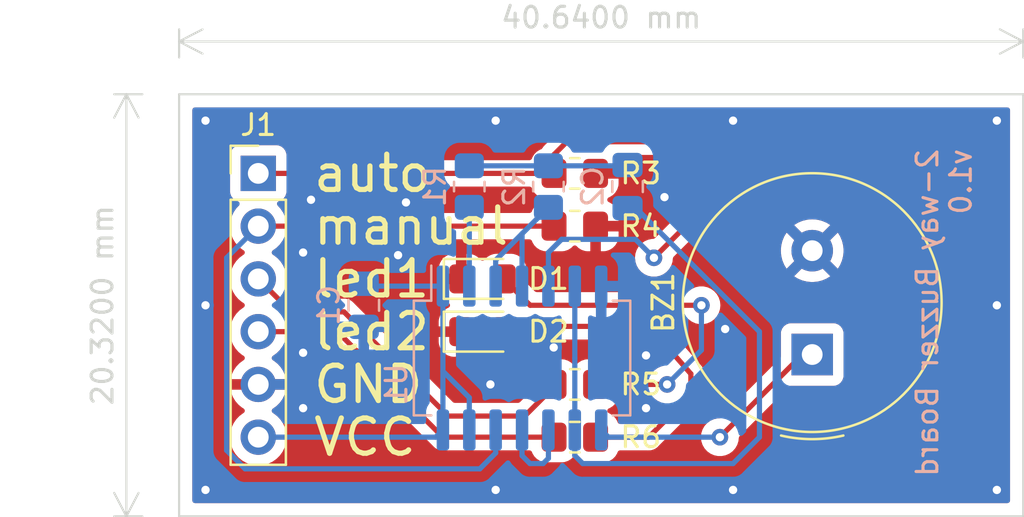
<source format=kicad_pcb>
(kicad_pcb (version 20211014) (generator pcbnew)
  (layers (0 "F.Cu" signal) (31 "B.Cu" signal) (34 "B.Paste" user) (35 "F.Paste" user) (36 "B.SilkS" user "B.Silkscreen") (37 "F.SilkS" user "F.Silkscreen") (38 "B.Mask" user) (39 "F.Mask" user) (44 "Edge.Cuts" user))
  (net 0 "")
  (net 1 "Net-(BZ1-Pad1)")
  (net 2 "GND")
  (net 3 "VCC")
  (net 4 "Net-(C2-Pad1)")
  (net 5 "Net-(C2-Pad2)")
  (net 6 "Net-(D1-Pad2)")
  (net 7 "Net-(D2-Pad2)")
  (net 8 "/auto")
  (net 9 "/manual")
  (net 10 "/led1")
  (net 11 "/led2")
  (net 12 "Net-(R1-Pad2)")
  (net 13 "Net-(R2-Pad2)")
  (net 14 "Net-(U1-Pad10)")
  (footprint "Connector_PinHeader_2.54mm:PinHeader_1x06_P2.54mm_Vertical" (layer "F.Cu") (at 85.09 72.39)
    (fp_text reference "J1" (at 0 -2.33) (layer "F.SilkS"))
    (fp_text value "Conn_01x06")
    (fp_line (start -1.33 0) (end -1.33 -1.33) (layer "F.SilkS") (width 0.12))
    (fp_line (start 1.33 1.27) (end 1.33 14.03) (layer "F.SilkS") (width 0.12))
    (fp_line (start -1.33 14.03) (end 1.33 14.03) (layer "F.SilkS") (width 0.12))
    (fp_line (start -1.33 1.27) (end -1.33 14.03) (layer "F.SilkS") (width 0.12))
    (fp_line (start -1.33 -1.33) (end 0 -1.33) (layer "F.SilkS") (width 0.12))
    (fp_line (start -1.33 1.27) (end 1.33 1.27) (layer "F.SilkS") (width 0.12))
    (pad "1" thru_hole rect (at 0 0) (size 1.7 1.7) (drill 1) (layers *.Cu *.Mask) (net 8 "/auto"))
    (pad "2" thru_hole oval (at 0 2.54) (size 1.7 1.7) (drill 1) (layers *.Cu *.Mask) (net 9 "/manual"))
    (pad "3" thru_hole oval (at 0 5.08) (size 1.7 1.7) (drill 1) (layers *.Cu *.Mask) (net 10 "/led1"))
    (pad "4" thru_hole oval (at 0 7.62) (size 1.7 1.7) (drill 1) (layers *.Cu *.Mask) (net 11 "/led2"))
    (pad "5" thru_hole oval (at 0 10.16) (size 1.7 1.7) (drill 1) (layers *.Cu *.Mask) (net 2 "GND"))
    (pad "6" thru_hole oval (at 0 12.7) (size 1.7 1.7) (drill 1) (layers *.Cu *.Mask) (net 3 "VCC"))
  )
  (footprint "LED_SMD:LED_0805_2012Metric_Pad1.15x1.40mm_HandSolder" (layer "F.Cu") (at 95.885 77.47)
    (fp_text reference "D1" (at 3.175 0) (layer "F.SilkS"))
    (fp_text value "OSR50805C1C")
    (fp_line (start 1 -0.96) (end -1.86 -0.96) (layer "F.SilkS") (width 0.12))
    (fp_line (start -1.86 -0.96) (end -1.86 0.96) (layer "F.SilkS") (width 0.12))
    (fp_line (start -1.86 0.96) (end 1 0.96) (layer "F.SilkS") (width 0.12))
    (pad "1" smd roundrect (at -1.025 0) (size 1.15 1.4) (layers "F.Cu" "F.Paste" "F.Mask") (roundrect_rratio 0.217391) (net 2 "GND"))
    (pad "2" smd roundrect (at 1.025 0) (size 1.15 1.4) (layers "F.Cu" "F.Paste" "F.Mask") (roundrect_rratio 0.217391) (net 6 "Net-(D1-Pad2)"))
  )
  (footprint "Resistor_SMD:R_0805_2012Metric_Pad1.20x1.40mm_HandSolder" (layer "F.Cu") (at 100.33 82.55)
    (fp_text reference "R5" (at 3.175 0) (layer "F.SilkS"))
    (fp_text value "5k")
    (fp_line (start -0.227064 0.735) (end 0.227064 0.735) (layer "F.SilkS") (width 0.12))
    (fp_line (start -0.227064 -0.735) (end 0.227064 -0.735) (layer "F.SilkS") (width 0.12))
    (pad "1" smd roundrect (at -1 0) (size 1.2 1.4) (layers "F.Cu" "F.Paste" "F.Mask") (roundrect_rratio 0.208333) (net 10 "/led1"))
    (pad "2" smd roundrect (at 1 0) (size 1.2 1.4) (layers "F.Cu" "F.Paste" "F.Mask") (roundrect_rratio 0.208333) (net 6 "Net-(D1-Pad2)"))
  )
  (footprint "Resistor_SMD:R_0805_2012Metric_Pad1.20x1.40mm_HandSolder" (layer "F.Cu") (at 100.33 74.93)
    (fp_text reference "R4" (at 3.175 0) (layer "F.SilkS"))
    (fp_text value "10k")
    (fp_line (start -0.227064 -0.735) (end 0.227064 -0.735) (layer "F.SilkS") (width 0.12))
    (fp_line (start -0.227064 0.735) (end 0.227064 0.735) (layer "F.SilkS") (width 0.12))
    (pad "1" smd roundrect (at -1 0) (size 1.2 1.4) (layers "F.Cu" "F.Paste" "F.Mask") (roundrect_rratio 0.208333) (net 9 "/manual"))
    (pad "2" smd roundrect (at 1 0) (size 1.2 1.4) (layers "F.Cu" "F.Paste" "F.Mask") (roundrect_rratio 0.208333) (net 2 "GND"))
  )
  (footprint "Resistor_SMD:R_0805_2012Metric_Pad1.20x1.40mm_HandSolder" (layer "F.Cu") (at 100.33 72.39)
    (fp_text reference "R3" (at 3.175 0) (layer "F.SilkS"))
    (fp_text value "10k")
    (fp_line (start -0.227064 -0.735) (end 0.227064 -0.735) (layer "F.SilkS") (width 0.12))
    (fp_line (start -0.227064 0.735) (end 0.227064 0.735) (layer "F.SilkS") (width 0.12))
    (pad "1" smd roundrect (at -1 0) (size 1.2 1.4) (layers "F.Cu" "F.Paste" "F.Mask") (roundrect_rratio 0.208333) (net 8 "/auto"))
    (pad "2" smd roundrect (at 1 0) (size 1.2 1.4) (layers "F.Cu" "F.Paste" "F.Mask") (roundrect_rratio 0.208333) (net 2 "GND"))
  )
  (footprint "LED_SMD:LED_0805_2012Metric_Pad1.15x1.40mm_HandSolder" (layer "F.Cu") (at 95.885 80.01)
    (fp_text reference "D2" (at 3.175 0) (layer "F.SilkS"))
    (fp_text value "OSR50805C1C")
    (fp_line (start -1.86 0.96) (end 1 0.96) (layer "F.SilkS") (width 0.12))
    (fp_line (start 1 -0.96) (end -1.86 -0.96) (layer "F.SilkS") (width 0.12))
    (fp_line (start -1.86 -0.96) (end -1.86 0.96) (layer "F.SilkS") (width 0.12))
    (pad "1" smd roundrect (at -1.025 0) (size 1.15 1.4) (layers "F.Cu" "F.Paste" "F.Mask") (roundrect_rratio 0.217391) (net 2 "GND"))
    (pad "2" smd roundrect (at 1.025 0) (size 1.15 1.4) (layers "F.Cu" "F.Paste" "F.Mask") (roundrect_rratio 0.217391) (net 7 "Net-(D2-Pad2)"))
  )
  (footprint "Buzzer_Beeper:Buzzer_TDK_PS1240P02BT_D12.2mm_H6.5mm" (layer "F.Cu") (at 111.76 81.110785 90)
    (fp_text reference "BZ1" (at 2.5 -7.17 90) (layer "F.SilkS"))
    (fp_text value "Buzzer")
    (fp_arc (start -3.9 1.499999) (mid -4.073431 -0.000001) (end -3.9 -1.5) (layer "F.SilkS") (width 0.12))
    (fp_circle (center 2.5 0) (end 8.73 0) (layer "F.SilkS") (width 0.12) (fill none))
    (pad "1" thru_hole rect (at 0 0 90) (size 2 2) (drill 1) (layers *.Cu *.Mask) (net 1 "Net-(BZ1-Pad1)"))
    (pad "2" thru_hole circle (at 5 0 90) (size 2 2) (drill 1) (layers *.Cu *.Mask) (net 2 "GND"))
  )
  (footprint "Resistor_SMD:R_0805_2012Metric_Pad1.20x1.40mm_HandSolder" (layer "F.Cu") (at 100.33 85.09)
    (fp_text reference "R6" (at 3.175 0) (layer "F.SilkS"))
    (fp_text value "5k")
    (fp_line (start -0.227064 0.735) (end 0.227064 0.735) (layer "F.SilkS") (width 0.12))
    (fp_line (start -0.227064 -0.735) (end 0.227064 -0.735) (layer "F.SilkS") (width 0.12))
    (pad "1" smd roundrect (at -1 0) (size 1.2 1.4) (layers "F.Cu" "F.Paste" "F.Mask") (roundrect_rratio 0.208333) (net 11 "/led2"))
    (pad "2" smd roundrect (at 1 0) (size 1.2 1.4) (layers "F.Cu" "F.Paste" "F.Mask") (roundrect_rratio 0.208333) (net 7 "Net-(D2-Pad2)"))
  )
  (footprint "Capacitor_SMD:C_0805_2012Metric_Pad1.18x1.45mm_HandSolder" (layer "B.Cu") (at 102.87 73.025 -90)
    (fp_text reference "C2" (at 0 1.68 90) (layer "B.SilkS") (effects (justify mirror)))
    (fp_text value "0.1u")
    (fp_line (start -0.261252 -0.735) (end 0.261252 -0.735) (layer "B.SilkS") (width 0.12))
    (fp_line (start -0.261252 0.735) (end 0.261252 0.735) (layer "B.SilkS") (width 0.12))
    (pad "1" smd roundrect (at -1.0375 0 270) (size 1.175 1.45) (layers "B.Cu" "B.Paste" "B.Mask") (roundrect_rratio 0.212766) (net 4 "Net-(C2-Pad1)"))
    (pad "2" smd roundrect (at 1.0375 0 270) (size 1.175 1.45) (layers "B.Cu" "B.Paste" "B.Mask") (roundrect_rratio 0.212766) (net 5 "Net-(C2-Pad2)"))
  )
  (footprint "Capacitor_SMD:C_0805_2012Metric_Pad1.18x1.45mm_HandSolder" (layer "B.Cu") (at 90.17 78.74 -90)
    (fp_text reference "C1" (at 0 1.68 90) (layer "B.SilkS") (effects (justify mirror)))
    (fp_text value "0.1u")
    (fp_line (start -0.261252 0.735) (end 0.261252 0.735) (layer "B.SilkS") (width 0.12))
    (fp_line (start -0.261252 -0.735) (end 0.261252 -0.735) (layer "B.SilkS") (width 0.12))
    (pad "1" smd roundrect (at -1.0375 0 270) (size 1.175 1.45) (layers "B.Cu" "B.Paste" "B.Mask") (roundrect_rratio 0.212766) (net 3 "VCC"))
    (pad "2" smd roundrect (at 1.0375 0 270) (size 1.175 1.45) (layers "B.Cu" "B.Paste" "B.Mask") (roundrect_rratio 0.212766) (net 2 "GND"))
  )
  (footprint "Package_SO:SO-14_5.3x10.2mm_P1.27mm" (layer "B.Cu") (at 97.79 81.28 -90)
    (fp_text reference "U1" (at 1.27 6.05 90) (layer "B.SilkS") (effects (justify mirror)))
    (fp_text value "74HC00")
    (fp_line (start -2.76 5.21) (end -2.76 4.37) (layer "B.SilkS") (width 0.12))
    (fp_line (start 0 -5.21) (end -2.76 -5.21) (layer "B.SilkS") (width 0.12))
    (fp_line (start -2.76 -5.21) (end -2.76 -4.37) (layer "B.SilkS") (width 0.12))
    (fp_line (start 0 5.21) (end -2.76 5.21) (layer "B.SilkS") (width 0.12))
    (fp_line (start 2.76 5.21) (end 2.76 4.37) (layer "B.SilkS") (width 0.12))
    (fp_line (start 0 5.21) (end 2.76 5.21) (layer "B.SilkS") (width 0.12))
    (fp_line (start 0 -5.21) (end 2.76 -5.21) (layer "B.SilkS") (width 0.12))
    (fp_line (start -2.76 4.37) (end -4.45 4.37) (layer "B.SilkS") (width 0.12))
    (fp_line (start 2.76 -5.21) (end 2.76 -4.37) (layer "B.SilkS") (width 0.12))
    (pad "1" smd roundrect (at -3.4625 3.81 270) (size 1.975 0.6) (layers "B.Cu" "B.Paste" "B.Mask") (net 3 "VCC"))
    (pad "2" smd roundrect (at -3.4625 2.54 270) (size 1.975 0.6) (layers "B.Cu" "B.Paste" "B.Mask") (net 12 "Net-(R1-Pad2)"))
    (pad "3" smd roundrect (at -3.4625 1.27 270) (size 1.975 0.6) (layers "B.Cu" "B.Paste" "B.Mask") (net 13 "Net-(R2-Pad2)"))
    (pad "4" smd roundrect (at -3.4625 0 270) (size 1.975 0.6) (layers "B.Cu" "B.Paste" "B.Mask") (net 13 "Net-(R2-Pad2)"))
    (pad "5" smd roundrect (at -3.4625 -1.27 270) (size 1.975 0.6) (layers "B.Cu" "B.Paste" "B.Mask") (net 8 "/auto"))
    (pad "6" smd roundrect (at -3.4625 -2.54 270) (size 1.975 0.6) (layers "B.Cu" "B.Paste" "B.Mask") (net 5 "Net-(C2-Pad2)"))
    (pad "7" smd roundrect (at -3.4625 -3.81 270) (size 1.975 0.6) (layers "B.Cu" "B.Paste" "B.Mask") (net 2 "GND"))
    (pad "8" smd roundrect (at 3.4625 -3.81 270) (size 1.975 0.6) (layers "B.Cu" "B.Paste" "B.Mask") (net 1 "Net-(BZ1-Pad1)"))
    (pad "9" smd roundrect (at 3.4625 -2.54 270) (size 1.975 0.6) (layers "B.Cu" "B.Paste" "B.Mask") (net 5 "Net-(C2-Pad2)"))
    (pad "10" smd roundrect (at 3.4625 -1.27 270) (size 1.975 0.6) (layers "B.Cu" "B.Paste" "B.Mask") (net 14 "Net-(U1-Pad10)"))
    (pad "11" smd roundrect (at 3.4625 0 270) (size 1.975 0.6) (layers "B.Cu" "B.Paste" "B.Mask") (net 14 "Net-(U1-Pad10)"))
    (pad "12" smd roundrect (at 3.4625 1.27 270) (size 1.975 0.6) (layers "B.Cu" "B.Paste" "B.Mask") (net 9 "/manual"))
    (pad "13" smd roundrect (at 3.4625 2.54 270) (size 1.975 0.6) (layers "B.Cu" "B.Paste" "B.Mask") (net 3 "VCC"))
    (pad "14" smd roundrect (at 3.4625 3.81 270) (size 1.975 0.6) (layers "B.Cu" "B.Paste" "B.Mask") (net 3 "VCC"))
  )
  (footprint "Resistor_SMD:R_0805_2012Metric_Pad1.20x1.40mm_HandSolder" (layer "B.Cu") (at 99.06 73.025 -90)
    (fp_text reference "R2" (at 0 1.65 90) (layer "B.SilkS") (effects (justify mirror)))
    (fp_text value "10k")
    (fp_line (start -0.227064 0.735) (end 0.227064 0.735) (layer "B.SilkS") (width 0.12))
    (fp_line (start -0.227064 -0.735) (end 0.227064 -0.735) (layer "B.SilkS") (width 0.12))
    (pad "1" smd roundrect (at -1 0 270) (size 1.2 1.4) (layers "B.Cu" "B.Paste" "B.Mask") (roundrect_rratio 0.208333) (net 4 "Net-(C2-Pad1)"))
    (pad "2" smd roundrect (at 1 0 270) (size 1.2 1.4) (layers "B.Cu" "B.Paste" "B.Mask") (roundrect_rratio 0.208333) (net 13 "Net-(R2-Pad2)"))
  )
  (footprint "Resistor_SMD:R_0805_2012Metric_Pad1.20x1.40mm_HandSolder" (layer "B.Cu") (at 95.25 73.025 -90)
    (fp_text reference "R1" (at 0 1.65 90) (layer "B.SilkS") (effects (justify mirror)))
    (fp_text value "10k")
    (fp_line (start -0.227064 -0.735) (end 0.227064 -0.735) (layer "B.SilkS") (width 0.12))
    (fp_line (start -0.227064 0.735) (end 0.227064 0.735) (layer "B.SilkS") (width 0.12))
    (pad "1" smd roundrect (at -1 0 270) (size 1.2 1.4) (layers "B.Cu" "B.Paste" "B.Mask") (roundrect_rratio 0.208333) (net 4 "Net-(C2-Pad1)"))
    (pad "2" smd roundrect (at 1 0 270) (size 1.2 1.4) (layers "B.Cu" "B.Paste" "B.Mask") (roundrect_rratio 0.208333) (net 12 "Net-(R1-Pad2)"))
  )
  (gr_line (start 81.28 68.58) (end 121.92 68.58) (layer "Edge.Cuts") (width 0.1))
  (gr_line (start 121.92 88.9) (end 81.28 88.9) (layer "Edge.Cuts") (width 0.1))
  (gr_line (start 121.92 68.58) (end 121.92 88.9) (layer "Edge.Cuts") (width 0.1))
  (gr_line (start 81.28 68.58) (end 81.28 88.9) (layer "Edge.Cuts") (width 0.1))
  (gr_text "2-way Buzzer Board\nv1.0" (at 118.11 71.12 90) (layer "B.SilkS") (effects (font (size 1 1)) (justify left mirror)))
  (gr_text "led1" (at 87.63 77.47) (layer "F.SilkS") (effects (font (size 1.7 1.7) (thickness 0.25)) (justify left)))
  (gr_text "manual" (at 87.63 74.93) (layer "F.SilkS") (effects (font (size 1.7 1.7) (thickness 0.25)) (justify left)))
  (gr_text "VCC" (at 87.63 85.09) (layer "F.SilkS") (effects (font (size 1.7 1.7) (thickness 0.25)) (justify left)))
  (gr_text "auto" (at 87.63 72.39) (layer "F.SilkS") (effects (font (size 1.7 1.7) (thickness 0.25)) (justify left)))
  (gr_text "GND" (at 87.63 82.55) (layer "F.SilkS") (effects (font (size 1.7 1.7) (thickness 0.25)) (justify left)))
  (gr_text "led2" (at 87.63 80.01) (layer "F.SilkS") (effects (font (size 1.7 1.7) (thickness 0.25)) (justify left)))
  (dimension (type aligned) (layer "Edge.Cuts") (pts (xy 81.28 67.31) (xy 121.92 67.31)) (height -1.27) (gr_text "40.6400 mm" (at 101.6 64.89) (layer "Edge.Cuts") (effects (font (size 1 1) (thickness 0.15)))) (format (units 3) (units_format 1) (precision 4)) (style (thickness 0.1) (arrow_length 1.27) (text_position_mode 0) (extension_height 0.58642) (extension_offset 0.5) keep_text_aligned))
  (dimension (type aligned) (layer "Edge.Cuts") (pts (xy 80.01 68.58) (xy 80.01 88.9)) (height 1.27) (gr_text "20.3200 mm" (at 77.59 78.74 90) (layer "Edge.Cuts") (effects (font (size 1 1) (thickness 0.15)))) (format (units 3) (units_format 1) (precision 4)) (style (thickness 0.1) (arrow_length 1.27) (text_position_mode 0) (extension_height 0.58642) (extension_offset 0.5) keep_text_aligned))
  (segment (start 111.294215 81.110785) (end 111.76 81.110785) (width 0.25) (layer "F.Cu") (net 1))
  (segment (start 107.315 85.09) (end 111.294215 81.110785) (width 0.25) (layer "F.Cu") (net 1))
  (via (at 107.315 85.09) (size 0.8) (drill 0.4) (layers "F.Cu" "B.Cu") (net 1))
  (segment (start 101.9475 85.09) (end 101.6 84.7425) (width 0.25) (layer "B.Cu") (net 1))
  (segment (start 107.315 85.09) (end 101.9475 85.09) (width 0.25) (layer "B.Cu") (net 1))
  (via (at 99.314 80.772) (size 0.8) (drill 0.4) (layers "F.Cu" "B.Cu") (net 2))
  (via (at 82.55 78.74) (size 0.8) (drill 0.4) (layers "F.Cu" "B.Cu") (net 2))
  (via (at 104.648 73.533) (size 0.8) (drill 0.4) (layers "F.Cu" "B.Cu") (net 2))
  (via (at 82.55 87.63) (size 0.8) (drill 0.4) (layers "F.Cu" "B.Cu") (net 2))
  (via (at 120.65 69.85) (size 0.8) (drill 0.4) (layers "F.Cu" "B.Cu") (net 2))
  (via (at 107.95 69.85) (size 0.8) (drill 0.4) (layers "F.Cu" "B.Cu") (net 2))
  (via (at 87.249 76.2) (size 0.8) (drill 0.4) (layers "F.Cu" "B.Cu") (net 2))
  (via (at 92.202 73.787) (size 0.8) (drill 0.4) (layers "F.Cu" "B.Cu") (net 2))
  (via (at 107.95 87.63) (size 0.8) (drill 0.4) (layers "F.Cu" "B.Cu") (net 2))
  (via (at 87.63 73.66) (size 0.8) (drill 0.4) (layers "F.Cu" "B.Cu") (net 2))
  (via (at 96.266 82.55) (size 0.8) (drill 0.4) (layers "F.Cu" "B.Cu") (net 2))
  (via (at 91.821 76.327) (size 0.8) (drill 0.4) (layers "F.Cu" "B.Cu") (net 2))
  (via (at 96.52 69.85) (size 0.8) (drill 0.4) (layers "F.Cu" "B.Cu") (net 2))
  (via (at 120.65 87.63) (size 0.8) (drill 0.4) (layers "F.Cu" "B.Cu") (net 2))
  (via (at 82.55 69.85) (size 0.8) (drill 0.4) (layers "F.Cu" "B.Cu") (net 2))
  (via (at 87.249 83.693) (size 0.8) (drill 0.4) (layers "F.Cu" "B.Cu") (net 2))
  (via (at 107.569 79.883) (size 0.8) (drill 0.4) (layers "F.Cu" "B.Cu") (net 2))
  (via (at 87.249 81.026) (size 0.8) (drill 0.4) (layers "F.Cu" "B.Cu") (net 2))
  (via (at 96.52 87.63) (size 0.8) (drill 0.4) (layers "F.Cu" "B.Cu") (net 2))
  (via (at 103.759 83.693) (size 0.8) (drill 0.4) (layers "F.Cu" "B.Cu") (net 2))
  (via (at 120.65 78.74) (size 0.8) (drill 0.4) (layers "F.Cu" "B.Cu") (net 2))
  (via (at 103.759 81.153) (size 0.8) (drill 0.4) (layers "F.Cu" "B.Cu") (net 2))
  (segment (start 95.25 84.7425) (end 95.25 83.185) (width 0.25) (layer "B.Cu") (net 3))
  (segment (start 90.285 77.8175) (end 93.98 77.8175) (width 0.25) (layer "B.Cu") (net 3))
  (segment (start 95.25 83.185) (end 93.98 81.915) (width 0.25) (layer "B.Cu") (net 3))
  (segment (start 93.6325 85.09) (end 85.09 85.09) (width 0.25) (layer "B.Cu") (net 3))
  (segment (start 90.17 77.7025) (end 90.285 77.8175) (width 0.25) (layer "B.Cu") (net 3))
  (segment (start 93.98 77.8175) (end 93.98 84.7425) (width 0.25) (layer "B.Cu") (net 3))
  (segment (start 93.98 84.7425) (end 93.6325 85.09) (width 0.25) (layer "B.Cu") (net 3))
  (segment (start 95.25 72.025) (end 99.06 72.025) (width 0.25) (layer "B.Cu") (net 4))
  (segment (start 102.8325 72.025) (end 102.87 71.9875) (width 0.25) (layer "B.Cu") (net 4))
  (segment (start 99.06 72.025) (end 102.8325 72.025) (width 0.25) (layer "B.Cu") (net 4))
  (segment (start 109.22 85.09) (end 107.95 86.36) (width 0.25) (layer "B.Cu") (net 5))
  (segment (start 100.33 77.8175) (end 100.33 81.28) (width 0.25) (layer "B.Cu") (net 5))
  (segment (start 100.33 81.28) (end 100.33 84.7425) (width 0.25) (layer "B.Cu") (net 5))
  (segment (start 107.95 86.36) (end 100.711 86.36) (width 0.25) (layer "B.Cu") (net 5))
  (segment (start 100.711 86.36) (end 100.33 85.979) (width 0.25) (layer "B.Cu") (net 5))
  (segment (start 109.22 80.01) (end 109.22 85.09) (width 0.25) (layer "B.Cu") (net 5))
  (segment (start 103.2725 74.0625) (end 109.22 80.01) (width 0.25) (layer "B.Cu") (net 5))
  (segment (start 100.33 85.979) (end 100.33 84.7425) (width 0.25) (layer "B.Cu") (net 5))
  (segment (start 101.33 82.55) (end 104.775 82.55) (width 0.25) (layer "F.Cu") (net 6))
  (segment (start 98.18 78.74) (end 96.91 77.47) (width 0.25) (layer "F.Cu") (net 6))
  (segment (start 106.426 78.74) (end 98.18 78.74) (width 0.25) (layer "F.Cu") (net 6))
  (via (at 104.775 82.55) (size 0.8) (drill 0.4) (layers "F.Cu" "B.Cu") (net 6))
  (via (at 106.426 78.74) (size 0.8) (drill 0.4) (layers "F.Cu" "B.Cu") (net 6))
  (segment (start 106.426 78.74) (end 106.426 80.899) (width 0.25) (layer "B.Cu") (net 6))
  (segment (start 106.426 80.899) (end 104.775 82.55) (width 0.25) (layer "B.Cu") (net 6))
  (segment (start 103.886 79.756) (end 97.164 79.756) (width 0.25) (layer "F.Cu") (net 7))
  (segment (start 101.33 85.09) (end 103.886 85.09) (width 0.25) (layer "F.Cu") (net 7))
  (segment (start 97.164 79.756) (end 96.91 80.01) (width 0.25) (layer "F.Cu") (net 7))
  (segment (start 105.918 83.058) (end 105.918 82.042) (width 0.25) (layer "F.Cu") (net 7))
  (segment (start 103.886 85.09) (end 105.918 83.058) (width 0.25) (layer "F.Cu") (net 7))
  (segment (start 105.918 82.042) (end 104.14 80.01) (width 0.25) (layer "F.Cu") (net 7))
  (segment (start 104.14 80.01) (end 103.886 79.756) (width 0.25) (layer "F.Cu") (net 7))
  (segment (start 104.14 76.454) (end 105.664 74.93) (width 0.25) (layer "F.Cu") (net 8))
  (segment (start 105.664 74.93) (end 105.664 71.882) (width 0.25) (layer "F.Cu") (net 8))
  (segment (start 85.09 72.39) (end 99.33 72.39) (width 0.25) (layer "F.Cu") (net 8))
  (segment (start 104.648 70.866) (end 99.949 70.866) (width 0.25) (layer "F.Cu") (net 8))
  (segment (start 105.664 71.882) (end 104.648 70.866) (width 0.25) (layer "F.Cu") (net 8))
  (segment (start 99.33 71.485) (end 99.33 72.39) (width 0.25) (layer "F.Cu") (net 8))
  (segment (start 99.949 70.866) (end 99.33 71.485) (width 0.25) (layer "F.Cu") (net 8))
  (via (at 104.14 76.454) (size 0.8) (drill 0.4) (layers "F.Cu" "B.Cu") (net 8))
  (segment (start 103.251 75.565) (end 99.695 75.565) (width 0.25) (layer "B.Cu") (net 8))
  (segment (start 99.695 75.565) (end 99.06 76.2) (width 0.25) (layer "B.Cu") (net 8))
  (segment (start 99.06 76.2) (end 99.06 77.8175) (width 0.25) (layer "B.Cu") (net 8))
  (segment (start 104.14 76.454) (end 103.251 75.565) (width 0.25) (layer "B.Cu") (net 8))
  (segment (start 85.09 74.93) (end 99.33 74.93) (width 0.25) (layer "F.Cu") (net 9))
  (segment (start 83.566 76.454) (end 83.566 85.725) (width 0.25) (layer "B.Cu") (net 9))
  (segment (start 85.09 74.93) (end 83.566 76.454) (width 0.25) (layer "B.Cu") (net 9))
  (segment (start 95.758 86.614) (end 96.52 85.852) (width 0.25) (layer "B.Cu") (net 9))
  (segment (start 84.455 86.614) (end 95.758 86.614) (width 0.25) (layer "B.Cu") (net 9))
  (segment (start 96.52 85.852) (end 96.52 84.7425) (width 0.25) (layer "B.Cu") (net 9))
  (segment (start 83.566 85.725) (end 84.455 86.614) (width 0.25) (layer "B.Cu") (net 9))
  (segment (start 94.234 84.074) (end 97.917 84.074) (width 0.25) (layer "F.Cu") (net 10))
  (segment (start 97.917 84.074) (end 99.33 82.661) (width 0.25) (layer "F.Cu") (net 10))
  (segment (start 86.6775 79.0575) (end 89.2175 79.0575) (width 0.25) (layer "F.Cu") (net 10))
  (segment (start 99.33 82.661) (end 99.33 82.55) (width 0.25) (layer "F.Cu") (net 10))
  (segment (start 85.09 77.47) (end 86.6775 79.0575) (width 0.25) (layer "F.Cu") (net 10))
  (segment (start 89.2175 79.0575) (end 94.234 84.074) (width 0.25) (layer "F.Cu") (net 10))
  (segment (start 93.98 85.09) (end 99.33 85.09) (width 0.25) (layer "F.Cu") (net 11))
  (segment (start 85.09 80.01) (end 88.9 80.01) (width 0.25) (layer "F.Cu") (net 11))
  (segment (start 88.9 80.01) (end 93.98 85.09) (width 0.25) (layer "F.Cu") (net 11))
  (segment (start 95.25 74.025) (end 95.25 77.8175) (width 0.25) (layer "B.Cu") (net 12))
  (segment (start 96.52 77.8175) (end 96.52 76.565) (width 0.25) (layer "B.Cu") (net 13))
  (segment (start 96.52 76.565) (end 97.79 75.295) (width 0.25) (layer "B.Cu") (net 13))
  (segment (start 99.06 74.025) (end 97.79 75.295) (width 0.25) (layer "B.Cu") (net 13))
  (segment (start 97.79 75.295) (end 97.79 77.8175) (width 0.25) (layer "B.Cu") (net 13))
  (segment (start 97.79 85.979) (end 98.171 86.36) (width 0.25) (layer "B.Cu") (net 14))
  (segment (start 98.806 86.36) (end 98.171 86.36) (width 0.25) (layer "B.Cu") (net 14))
  (segment (start 99.06 86.106) (end 98.806 86.36) (width 0.25) (layer "B.Cu") (net 14))
  (segment (start 97.79 84.7425) (end 97.79 85.979) (width 0.25) (layer "B.Cu") (net 14))
  (segment (start 99.06 84.7425) (end 99.06 86.106) (width 0.25) (layer "B.Cu") (net 14))
  (zone (net 2) (net_name "GND") (layer "F.Cu") (connect_pads (clearance 0.508)) (min_thickness 0.254) (fill yes (thermal_gap 0.508) (thermal_bridge_width 0.508))
    (polygon (pts (xy 121.285 88.265) (xy 81.915 88.265) (xy 81.915 69.215) (xy 121.285 69.215)))
  )
  (zone (net 2) (net_name "GND") (layer "B.Cu") (connect_pads (clearance 0.508)) (min_thickness 0.254) (fill yes (thermal_gap 0.508) (thermal_bridge_width 0.508))
    (polygon (pts (xy 121.285 88.265) (xy 81.915 88.265) (xy 81.915 69.215) (xy 121.285 69.215)))
  )
)
</source>
